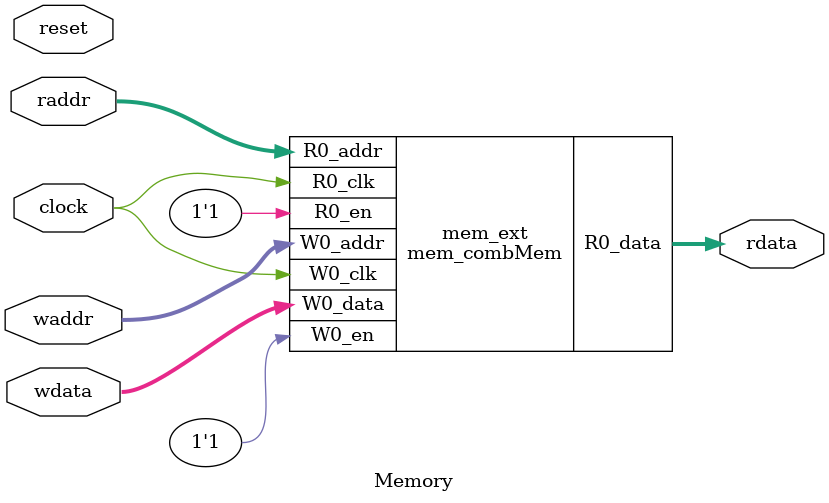
<source format=sv>
module mem_combMem(	// Volumes/Data/try-chisel-3-6/chisel3-5/src/main/scala/Memory.scala:10:24
  input  [4:0]  R0_addr,
  input         R0_en,
                R0_clk,
  input  [4:0]  W0_addr,
  input         W0_en,
                W0_clk,
  input  [31:0] W0_data,
  output [31:0] R0_data
);

  reg [31:0] Memory[0:31];	// Volumes/Data/try-chisel-3-6/chisel3-5/src/main/scala/Memory.scala:10:24
  reg        _GEN;	// Volumes/Data/try-chisel-3-6/chisel3-5/src/main/scala/Memory.scala:10:24
  reg [4:0]  _GEN_0;	// Volumes/Data/try-chisel-3-6/chisel3-5/src/main/scala/Memory.scala:10:24
  always @(posedge R0_clk) begin	// Volumes/Data/try-chisel-3-6/chisel3-5/src/main/scala/Memory.scala:10:24
    _GEN <= R0_en;	// Volumes/Data/try-chisel-3-6/chisel3-5/src/main/scala/Memory.scala:10:24
    _GEN_0 <= R0_addr;	// Volumes/Data/try-chisel-3-6/chisel3-5/src/main/scala/Memory.scala:10:24
  end // always @(posedge)
  always @(posedge W0_clk) begin	// Volumes/Data/try-chisel-3-6/chisel3-5/src/main/scala/Memory.scala:10:24
    if (W0_en)	// Volumes/Data/try-chisel-3-6/chisel3-5/src/main/scala/Memory.scala:10:24
      Memory[W0_addr] <= W0_data;	// Volumes/Data/try-chisel-3-6/chisel3-5/src/main/scala/Memory.scala:10:24
  end // always @(posedge)
  assign R0_data = _GEN ? Memory[_GEN_0] : 32'bx;	// Volumes/Data/try-chisel-3-6/chisel3-5/src/main/scala/Memory.scala:10:24
endmodule

module Memory(	// <stdin>:3:10
  input         clock,	// <stdin>:4:11
                reset,	// <stdin>:5:11
  input  [4:0]  raddr,	// Volumes/Data/try-chisel-3-6/chisel3-5/src/main/scala/Memory.scala:4:17
                waddr,	// Volumes/Data/try-chisel-3-6/chisel3-5/src/main/scala/Memory.scala:7:17
  input  [31:0] wdata,	// Volumes/Data/try-chisel-3-6/chisel3-5/src/main/scala/Memory.scala:8:17
  output [31:0] rdata	// Volumes/Data/try-chisel-3-6/chisel3-5/src/main/scala/Memory.scala:5:17
);

  mem_combMem mem_ext (	// Volumes/Data/try-chisel-3-6/chisel3-5/src/main/scala/Memory.scala:10:24
    .R0_addr (raddr),
    .R0_en   (1'h1),	// <stdin>:3:10
    .R0_clk  (clock),
    .W0_addr (waddr),
    .W0_en   (1'h1),	// <stdin>:3:10
    .W0_clk  (clock),
    .W0_data (wdata),
    .R0_data (rdata)
  );
endmodule


</source>
